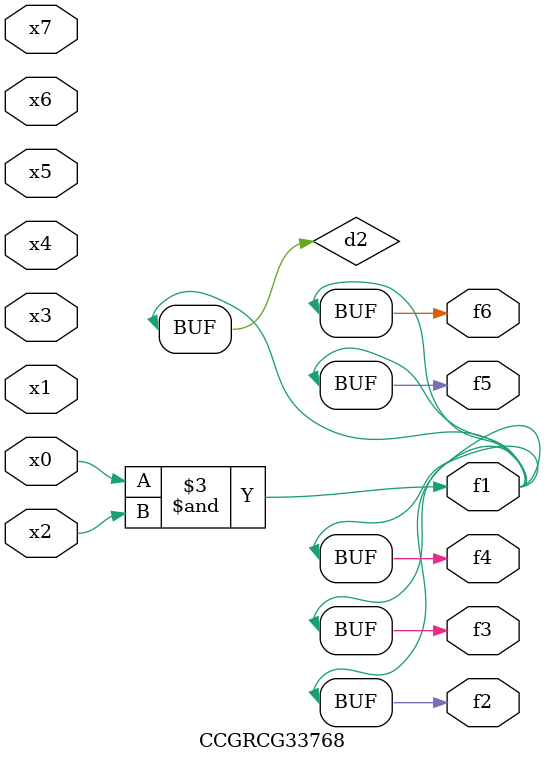
<source format=v>
module CCGRCG33768(
	input x0, x1, x2, x3, x4, x5, x6, x7,
	output f1, f2, f3, f4, f5, f6
);

	wire d1, d2;

	nor (d1, x3, x6);
	and (d2, x0, x2);
	assign f1 = d2;
	assign f2 = d2;
	assign f3 = d2;
	assign f4 = d2;
	assign f5 = d2;
	assign f6 = d2;
endmodule

</source>
